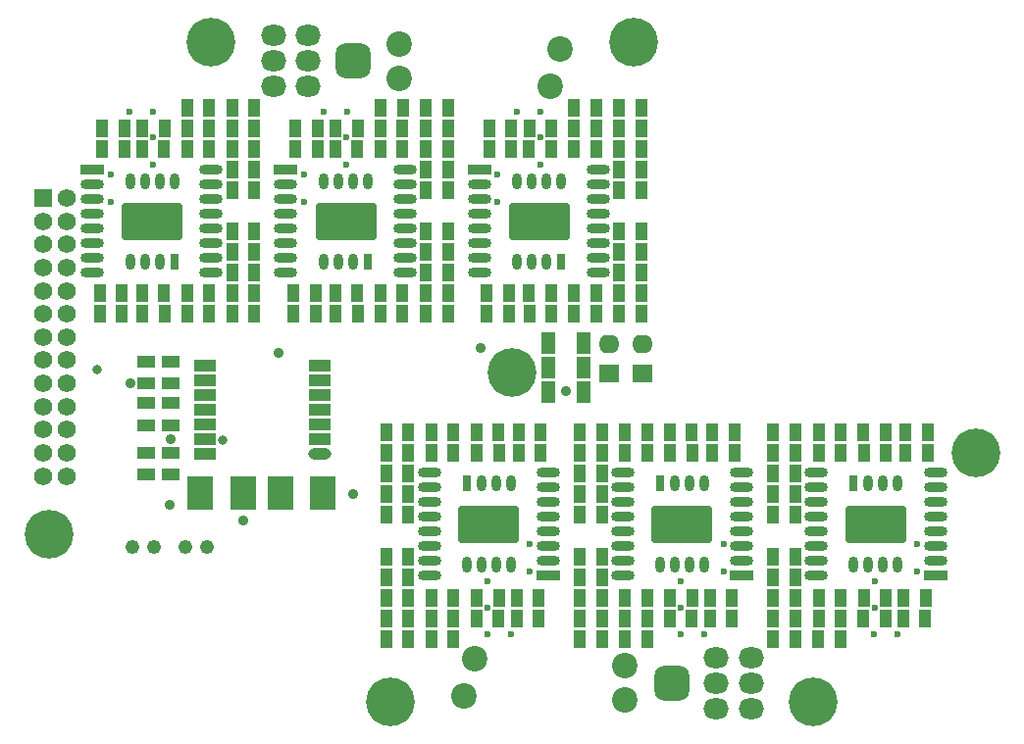
<source format=gts>
G04*
G04 #@! TF.GenerationSoftware,Altium Limited,Altium Designer,22.1.2 (22)*
G04*
G04 Layer_Color=8388736*
%FSAX42Y42*%
%MOMM*%
G71*
G04*
G04 #@! TF.SameCoordinates,62F643CC-CF5F-4127-9562-83DCACE2805F*
G04*
G04*
G04 #@! TF.FilePolarity,Negative*
G04*
G01*
G75*
%ADD16O,2.00X0.90*%
%ADD17O,0.84X1.40*%
%ADD18R,0.80X1.40*%
%ADD19R,2.00X0.90*%
%ADD20R,1.00X1.50*%
%ADD21R,1.50X1.00*%
%ADD22R,1.20X1.90*%
%ADD23R,2.20X3.00*%
%ADD24R,1.98X1.02*%
%ADD25O,1.98X1.02*%
G04:AMPARAMS|DCode=26|XSize=5.2mm|YSize=3.2mm|CornerRadius=0.18mm|HoleSize=0mm|Usage=FLASHONLY|Rotation=0.000|XOffset=0mm|YOffset=0mm|HoleType=Round|Shape=RoundedRectangle|*
%AMROUNDEDRECTD26*
21,1,5.20,2.85,0,0,0.0*
21,1,4.85,3.20,0,0,0.0*
1,1,0.35,2.42,-1.43*
1,1,0.35,-2.42,-1.43*
1,1,0.35,-2.42,1.43*
1,1,0.35,2.42,1.43*
%
%ADD26ROUNDEDRECTD26*%
%ADD27C,1.57*%
%ADD28R,1.57X1.57*%
%ADD29C,2.20*%
%ADD30C,1.22*%
G04:AMPARAMS|DCode=31|XSize=3mm|YSize=3mm|CornerRadius=0.8mm|HoleSize=0mm|Usage=FLASHONLY|Rotation=180.000|XOffset=0mm|YOffset=0mm|HoleType=Round|Shape=RoundedRectangle|*
%AMROUNDEDRECTD31*
21,1,3.00,1.40,0,0,180.0*
21,1,1.40,3.00,0,0,180.0*
1,1,1.60,-0.70,0.70*
1,1,1.60,0.70,0.70*
1,1,1.60,0.70,-0.70*
1,1,1.60,-0.70,-0.70*
%
%ADD31ROUNDEDRECTD31*%
%ADD32O,2.20X1.80*%
%ADD33R,1.80X1.60*%
%ADD34O,1.80X1.60*%
%ADD35C,0.60*%
%ADD36C,0.80*%
%ADD37C,0.90*%
%ADD38C,4.20*%
D16*
X007022Y001485D02*
D03*
Y001612D02*
D03*
Y001739D02*
D03*
Y001866D02*
D03*
Y001993D02*
D03*
Y002120D02*
D03*
Y002247D02*
D03*
Y002374D02*
D03*
X008048D02*
D03*
Y002247D02*
D03*
Y002120D02*
D03*
Y001993D02*
D03*
Y001866D02*
D03*
Y001739D02*
D03*
Y001612D02*
D03*
X006378D02*
D03*
Y001739D02*
D03*
Y001866D02*
D03*
Y001993D02*
D03*
Y002120D02*
D03*
Y002247D02*
D03*
Y002374D02*
D03*
X005352D02*
D03*
Y002247D02*
D03*
Y002120D02*
D03*
Y001993D02*
D03*
Y001866D02*
D03*
Y001739D02*
D03*
Y001612D02*
D03*
Y001485D02*
D03*
X003682D02*
D03*
Y001612D02*
D03*
Y001739D02*
D03*
Y001866D02*
D03*
Y001993D02*
D03*
Y002120D02*
D03*
Y002247D02*
D03*
Y002374D02*
D03*
X004708D02*
D03*
Y002247D02*
D03*
Y002120D02*
D03*
Y001993D02*
D03*
Y001866D02*
D03*
Y001739D02*
D03*
Y001612D02*
D03*
X004112Y004864D02*
D03*
Y004737D02*
D03*
Y004610D02*
D03*
Y004483D02*
D03*
Y004356D02*
D03*
Y004229D02*
D03*
Y004102D02*
D03*
X005138D02*
D03*
Y004229D02*
D03*
Y004356D02*
D03*
Y004483D02*
D03*
Y004610D02*
D03*
Y004737D02*
D03*
Y004864D02*
D03*
Y004991D02*
D03*
X001798D02*
D03*
Y004864D02*
D03*
Y004737D02*
D03*
Y004610D02*
D03*
Y004483D02*
D03*
Y004356D02*
D03*
Y004229D02*
D03*
Y004102D02*
D03*
X000772D02*
D03*
Y004229D02*
D03*
Y004356D02*
D03*
Y004483D02*
D03*
Y004610D02*
D03*
Y004737D02*
D03*
Y004864D02*
D03*
X002442D02*
D03*
Y004737D02*
D03*
Y004610D02*
D03*
Y004483D02*
D03*
Y004356D02*
D03*
Y004229D02*
D03*
Y004102D02*
D03*
X003468D02*
D03*
Y004229D02*
D03*
Y004356D02*
D03*
Y004483D02*
D03*
Y004610D02*
D03*
Y004737D02*
D03*
Y004864D02*
D03*
Y004991D02*
D03*
D17*
X007468Y002281D02*
D03*
X007595D02*
D03*
X007722D02*
D03*
X007341Y001583D02*
D03*
X007468D02*
D03*
X007595D02*
D03*
X007722D02*
D03*
X006052D02*
D03*
X005925D02*
D03*
X005798D02*
D03*
X005671D02*
D03*
X006052Y002281D02*
D03*
X005925D02*
D03*
X005798D02*
D03*
X004128D02*
D03*
X004255D02*
D03*
X004382D02*
D03*
X004001Y001583D02*
D03*
X004128D02*
D03*
X004255D02*
D03*
X004382D02*
D03*
X004438Y004893D02*
D03*
X004565D02*
D03*
X004692D02*
D03*
X004819D02*
D03*
X004438Y004195D02*
D03*
X004565D02*
D03*
X004692D02*
D03*
X001352D02*
D03*
X001225D02*
D03*
X001098D02*
D03*
X001479Y004893D02*
D03*
X001352D02*
D03*
X001225D02*
D03*
X001098D02*
D03*
X002768D02*
D03*
X002895D02*
D03*
X003022D02*
D03*
X003149D02*
D03*
X002768Y004195D02*
D03*
X002895D02*
D03*
X003022D02*
D03*
D18*
X007341Y002281D02*
D03*
X005671D02*
D03*
X004001D02*
D03*
X004819Y004195D02*
D03*
X001479D02*
D03*
X003149D02*
D03*
D19*
X008048Y001485D02*
D03*
X006378D02*
D03*
X004708D02*
D03*
X004112Y004991D02*
D03*
X000772D02*
D03*
X002442D02*
D03*
D20*
X006103Y001297D02*
D03*
X006293D02*
D03*
X006649Y001118D02*
D03*
X006839D02*
D03*
X007772Y001118D02*
D03*
X007962D02*
D03*
X007773Y001297D02*
D03*
X007963D02*
D03*
X006650Y002188D02*
D03*
X006839D02*
D03*
X007427Y001118D02*
D03*
X007617D02*
D03*
X006840Y001475D02*
D03*
X006650D02*
D03*
X007620Y001297D02*
D03*
X007430D02*
D03*
X007793Y002723D02*
D03*
X007983D02*
D03*
X007793Y002545D02*
D03*
X007983D02*
D03*
X007229Y000940D02*
D03*
X007039D02*
D03*
X007230Y001118D02*
D03*
X007040D02*
D03*
X006840Y001297D02*
D03*
X006650D02*
D03*
X007617Y002723D02*
D03*
X007427D02*
D03*
X006650Y002367D02*
D03*
X006839D02*
D03*
X007231Y002723D02*
D03*
X007041D02*
D03*
X006840Y002723D02*
D03*
X006650D02*
D03*
X006650Y001653D02*
D03*
X006839D02*
D03*
X006650Y000940D02*
D03*
X006840D02*
D03*
X007040Y001297D02*
D03*
X007230D02*
D03*
X007430Y002545D02*
D03*
X007620D02*
D03*
X007040D02*
D03*
X007230D02*
D03*
X006650Y002545D02*
D03*
X006839D02*
D03*
X006840Y002010D02*
D03*
X006650D02*
D03*
X005559Y000940D02*
D03*
X005369D02*
D03*
X004622Y001118D02*
D03*
X004433D02*
D03*
X004623Y001297D02*
D03*
X004433D02*
D03*
X003499Y002188D02*
D03*
X003310D02*
D03*
X003890Y001297D02*
D03*
X003700D02*
D03*
X003310Y002010D02*
D03*
X003500D02*
D03*
X003499Y001653D02*
D03*
X003310D02*
D03*
X004277Y001118D02*
D03*
X004087D02*
D03*
X003500Y000940D02*
D03*
X003310D02*
D03*
X003310Y001475D02*
D03*
X003500D02*
D03*
X004090Y001297D02*
D03*
X004280D02*
D03*
X004643Y002545D02*
D03*
X004453D02*
D03*
X003700Y001118D02*
D03*
X003890D02*
D03*
X004087Y002723D02*
D03*
X004277D02*
D03*
X003701D02*
D03*
X003890D02*
D03*
X003890Y002545D02*
D03*
X003700D02*
D03*
X003499Y002545D02*
D03*
X003310D02*
D03*
X004643Y002723D02*
D03*
X004453D02*
D03*
X003499Y001118D02*
D03*
X003309D02*
D03*
X003889Y000940D02*
D03*
X003699D02*
D03*
X003310Y001297D02*
D03*
X003500D02*
D03*
X003499Y002367D02*
D03*
X003310D02*
D03*
X003310Y002723D02*
D03*
X003500D02*
D03*
X004280Y002545D02*
D03*
X004090D02*
D03*
X006292Y001118D02*
D03*
X006103D02*
D03*
X005169Y002188D02*
D03*
X004979D02*
D03*
X005170Y000940D02*
D03*
X004980D02*
D03*
X004980Y001475D02*
D03*
X005170D02*
D03*
X005760Y001297D02*
D03*
X005950D02*
D03*
X006313Y002723D02*
D03*
X006123D02*
D03*
X006313Y002545D02*
D03*
X006123D02*
D03*
X005169Y001118D02*
D03*
X004979D02*
D03*
X005370D02*
D03*
X005560D02*
D03*
X004980Y001297D02*
D03*
X005170D02*
D03*
X005757Y002723D02*
D03*
X005947D02*
D03*
X005169Y002367D02*
D03*
X004979D02*
D03*
X005371Y002723D02*
D03*
X005560D02*
D03*
X004980Y002723D02*
D03*
X005170D02*
D03*
X005950Y002545D02*
D03*
X005760D02*
D03*
X005560D02*
D03*
X005370D02*
D03*
X005169Y002545D02*
D03*
X004979D02*
D03*
X004980Y002010D02*
D03*
X005170D02*
D03*
X005169Y001653D02*
D03*
X004979D02*
D03*
X005947Y001118D02*
D03*
X005757D02*
D03*
X005560Y001297D02*
D03*
X005370D02*
D03*
X001590Y003925D02*
D03*
X001780D02*
D03*
X001981Y003925D02*
D03*
X002170D02*
D03*
X001200Y003925D02*
D03*
X001390D02*
D03*
X001980Y005530D02*
D03*
X002170D02*
D03*
X001203Y005352D02*
D03*
X001393D02*
D03*
X001981Y004817D02*
D03*
X002170D02*
D03*
X002170Y003747D02*
D03*
X001980D02*
D03*
X001779Y003747D02*
D03*
X001589D02*
D03*
X001981Y004103D02*
D03*
X002170D02*
D03*
X001393Y003747D02*
D03*
X001203D02*
D03*
X002170Y005173D02*
D03*
X001980D02*
D03*
X001780Y005352D02*
D03*
X001590D02*
D03*
X001591Y005530D02*
D03*
X001781D02*
D03*
X001981Y005352D02*
D03*
X002171D02*
D03*
X000837Y003925D02*
D03*
X001027D02*
D03*
X000837Y003747D02*
D03*
X001027D02*
D03*
X001390Y005173D02*
D03*
X001200D02*
D03*
X002170Y004995D02*
D03*
X001980D02*
D03*
X003260Y003925D02*
D03*
X003450D02*
D03*
X003651Y003925D02*
D03*
X003840D02*
D03*
X002870Y003925D02*
D03*
X003060D02*
D03*
X003650Y005530D02*
D03*
X003840D02*
D03*
X002873Y005352D02*
D03*
X003063D02*
D03*
X003651Y004817D02*
D03*
X003840D02*
D03*
X003840Y003747D02*
D03*
X003650D02*
D03*
X003449Y003747D02*
D03*
X003260D02*
D03*
X003651Y004103D02*
D03*
X003840D02*
D03*
X003063Y003747D02*
D03*
X002873D02*
D03*
X003840Y005173D02*
D03*
X003650D02*
D03*
X003450Y005352D02*
D03*
X003260D02*
D03*
X003261Y005530D02*
D03*
X003451D02*
D03*
X003651Y005352D02*
D03*
X003841D02*
D03*
X002507Y003925D02*
D03*
X002697D02*
D03*
X002507Y003747D02*
D03*
X002697D02*
D03*
X003060Y005173D02*
D03*
X002870D02*
D03*
X003840Y004995D02*
D03*
X003650D02*
D03*
X002527Y005352D02*
D03*
X002717D02*
D03*
X002527Y005173D02*
D03*
X002717D02*
D03*
X003651Y004282D02*
D03*
X003840D02*
D03*
X003260Y005173D02*
D03*
X003450D02*
D03*
X003840Y004460D02*
D03*
X003650D02*
D03*
X000857Y005352D02*
D03*
X001048D02*
D03*
X000857Y005173D02*
D03*
X001047D02*
D03*
X001981Y004282D02*
D03*
X002170D02*
D03*
X001590Y005173D02*
D03*
X001780D02*
D03*
X002170Y004460D02*
D03*
X001980D02*
D03*
X005510Y004995D02*
D03*
X005320D02*
D03*
X004730Y005173D02*
D03*
X004540D02*
D03*
X004177Y003747D02*
D03*
X004367D02*
D03*
X004177Y003925D02*
D03*
X004367D02*
D03*
X005321Y005352D02*
D03*
X005511D02*
D03*
X004931Y005530D02*
D03*
X005121D02*
D03*
X005120Y005352D02*
D03*
X004930D02*
D03*
X005510Y005173D02*
D03*
X005320D02*
D03*
X004733Y003747D02*
D03*
X004543D02*
D03*
X004197Y005352D02*
D03*
X004388D02*
D03*
X004197Y005173D02*
D03*
X004387D02*
D03*
X005321Y004103D02*
D03*
X005510D02*
D03*
X005119Y003747D02*
D03*
X004929D02*
D03*
X005510Y003747D02*
D03*
X005320D02*
D03*
X005321Y004282D02*
D03*
X005510D02*
D03*
X005321Y004817D02*
D03*
X005510D02*
D03*
X004543Y005352D02*
D03*
X004733D02*
D03*
X005320Y005530D02*
D03*
X005510D02*
D03*
X004930Y005173D02*
D03*
X005120D02*
D03*
X004540Y003925D02*
D03*
X004730D02*
D03*
X005321Y003925D02*
D03*
X005510D02*
D03*
X004930Y003925D02*
D03*
X005120D02*
D03*
X005510Y004460D02*
D03*
X005320D02*
D03*
D21*
X001235Y002550D02*
D03*
Y002360D02*
D03*
X001445Y002550D02*
D03*
Y002359D02*
D03*
X001240Y002787D02*
D03*
Y002977D02*
D03*
X001240Y003335D02*
D03*
Y003145D02*
D03*
X001450Y003145D02*
D03*
Y003335D02*
D03*
Y002787D02*
D03*
Y002977D02*
D03*
D22*
X005010Y003282D02*
D03*
X004710D02*
D03*
X005010Y003492D02*
D03*
X004710D02*
D03*
X005010Y003070D02*
D03*
X004710D02*
D03*
D23*
X002392Y002200D02*
D03*
X002760D02*
D03*
X001702D02*
D03*
X002070D02*
D03*
D24*
X002731Y003304D02*
D03*
Y003177D02*
D03*
X001740D02*
D03*
Y003304D02*
D03*
X002731Y003050D02*
D03*
Y002923D02*
D03*
Y002796D02*
D03*
Y002669D02*
D03*
X001740Y002796D02*
D03*
Y002669D02*
D03*
Y002923D02*
D03*
Y002542D02*
D03*
Y003050D02*
D03*
D25*
X002731Y002542D02*
D03*
D26*
X007531Y001932D02*
D03*
X005861D02*
D03*
X004191D02*
D03*
X004629Y004544D02*
D03*
X001289D02*
D03*
X002959D02*
D03*
D27*
X000347Y004147D02*
D03*
Y004347D02*
D03*
X000547Y003947D02*
D03*
X000347D02*
D03*
X000547Y004147D02*
D03*
Y004347D02*
D03*
Y004547D02*
D03*
X000347D02*
D03*
X000547Y004747D02*
D03*
Y003747D02*
D03*
X000347Y003547D02*
D03*
X000547D02*
D03*
X000347Y003747D02*
D03*
X000547Y003347D02*
D03*
X000347Y003147D02*
D03*
X000547D02*
D03*
X000347Y003347D02*
D03*
X000547Y002947D02*
D03*
X000347D02*
D03*
X000547Y002747D02*
D03*
X000347Y002547D02*
D03*
X000547D02*
D03*
Y002347D02*
D03*
X000347Y002347D02*
D03*
Y002747D02*
D03*
D28*
Y004747D02*
D03*
D29*
X003424Y005781D02*
D03*
X004721Y005712D02*
D03*
X005370Y000710D02*
D03*
X003424Y006081D02*
D03*
X004811Y006032D02*
D03*
X004070Y000770D02*
D03*
X003980Y000450D02*
D03*
X005370Y000410D02*
D03*
D30*
X001574Y001733D02*
D03*
X001765D02*
D03*
X001115D02*
D03*
X001306D02*
D03*
D31*
X003023Y005931D02*
D03*
X005771Y000560D02*
D03*
D32*
X002635Y006151D02*
D03*
Y005931D02*
D03*
Y005711D02*
D03*
X002335Y006151D02*
D03*
Y005931D02*
D03*
Y005711D02*
D03*
X006458Y000780D02*
D03*
Y000560D02*
D03*
Y000340D02*
D03*
X006158Y000780D02*
D03*
Y000560D02*
D03*
Y000340D02*
D03*
D33*
X005230Y003236D02*
D03*
X005520D02*
D03*
D34*
X005230Y003490D02*
D03*
X005520D02*
D03*
D35*
X007523Y001440D02*
D03*
X007523Y001205D02*
D03*
X007724Y000983D02*
D03*
X007522D02*
D03*
X007889Y001521D02*
D03*
Y001763D02*
D03*
X006219D02*
D03*
Y001521D02*
D03*
X005852Y000983D02*
D03*
X006054D02*
D03*
X005853Y001205D02*
D03*
X005853Y001440D02*
D03*
X004183D02*
D03*
X004183Y001205D02*
D03*
X004384Y000983D02*
D03*
X004182D02*
D03*
X004549Y001521D02*
D03*
Y001763D02*
D03*
X004271Y004713D02*
D03*
Y004955D02*
D03*
X004638Y005493D02*
D03*
X004436D02*
D03*
X004637Y005271D02*
D03*
X004637Y005036D02*
D03*
X001297D02*
D03*
X001297Y005271D02*
D03*
X001096Y005493D02*
D03*
X001298D02*
D03*
X000931Y004955D02*
D03*
Y004713D02*
D03*
X002601D02*
D03*
Y004955D02*
D03*
X002968Y005493D02*
D03*
X002766D02*
D03*
X002967Y005271D02*
D03*
X002967Y005036D02*
D03*
D36*
X000810Y003270D02*
D03*
X001900Y002660D02*
D03*
D37*
X004120Y003450D02*
D03*
X001443Y002094D02*
D03*
X003020Y002190D02*
D03*
X004860Y003080D02*
D03*
X001100Y003150D02*
D03*
X001449Y002664D02*
D03*
X002070Y001960D02*
D03*
X002380Y003410D02*
D03*
D38*
X001799Y006095D02*
D03*
X004395Y003245D02*
D03*
X005445Y006095D02*
D03*
X000395Y001845D02*
D03*
X003345Y000395D02*
D03*
X008395Y002545D02*
D03*
X006991Y000395D02*
D03*
M02*

</source>
